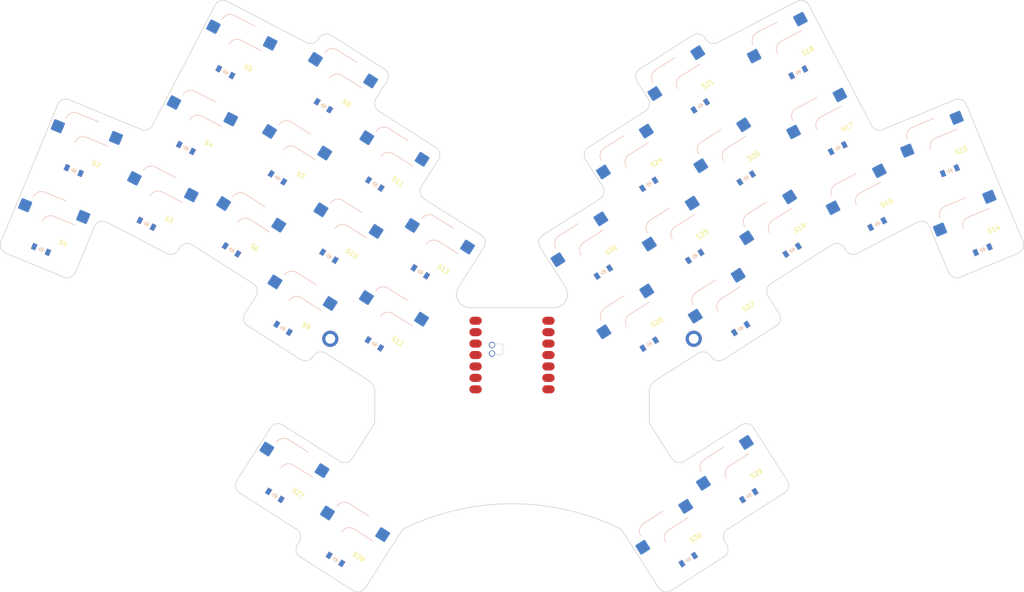
<source format=kicad_pcb>
(kicad_pcb (version 20241229) (generator "pcbnew") (generator_version "9.0")
  (layers (0 "F.Cu" signal) (2 "B.Cu" signal) (13 "F.Paste" user) (15 "B.Paste" user) (5 "F.SilkS" user "F.Silkscreen") (7 "B.SilkS" user "B.Silkscreen") (1 "F.Mask" user) (3 "B.Mask" user) (25 "Edge.Cuts" user))
  (net 0 "")
  (net 1 "P2")
  (net 2 "pinky_bottom")
  (net 3 "P0")
  (net 4 "pinky_home")
  (net 5 "P4")
  (net 6 "ring_bottom")
  (net 7 "P3")
  (net 8 "ring_home")
  (net 9 "P1")
  (net 10 "ring_top")
  (net 11 "P5")
  (net 12 "middle_bottom")
  (net 13 "middle_home")
  (net 14 "middle_top")
  (net 15 "index_bottom")
  (net 16 "index_home")
  (net 17 "index_top")
  (net 18 "inner_home")
  (net 19 "inner_top")
  (net 20 "mirror_pinky_bottom")
  (net 21 "mirror_pinky_home")
  (net 22 "mirror_ring_bottom")
  (net 23 "mirror_ring_home")
  (net 24 "mirror_ring_top")
  (net 25 "mirror_middle_bottom")
  (net 26 "mirror_middle_home")
  (net 27 "mirror_middle_top")
  (net 28 "mirror_index_bottom")
  (net 29 "mirror_index_home")
  (net 30 "mirror_index_top")
  (net 31 "mirror_inner_home")
  (net 32 "mirror_inner_top")
  (net 33 "tucky_default")
  (net 34 "reachy_default")
  (net 35 "mirror_tucky_default")
  (net 36 "mirror_reachy_default")
  (net 37 "P6")
  (net 38 "P7")
  (net 39 "P8")
  (net 40 "P10")
  (net 41 "P9")
  (net 42 "RAW5V")
  (net 43 "GND")
  (net 44 "RAW3V3")
  (net 45 "BAT_POS")
  (net 46 "BAT_NEG")
  (footprint "frequent:diode" (layer "F.Cu") (at 163.969083 84.898957 32.5)
    (property "Reference" "D26" (hide yes))
    (property "Value" "" (hide yes))
    (pad "2" smd rect (at -1.700001 0.2 212.5) (size 1 1.4) (layers "F.Cu" "F.Mask" "F.Paste") (net 32 "mirror_inner_top"))
    (pad "2" smd rect (at -1.700001 0.2 212.5) (size 1 1.4) (layers "B.Cu" "B.Mask" "B.Paste") (net 32 "mirror_inner_top"))
    (pad "2" smd rect (at 1.6 0.2 212.5) (size 1 1.4) (layers "F.Cu" "F.Mask" "F.Paste") (net 32 "mirror_inner_top"))
    (pad "2" smd rect (at 1.6 0.2 212.5) (size 1 1.4) (layers "B.Cu" "B.Mask" "B.Paste") (net 32 "mirror_inner_top"))
  )
  (footprint "frequent:custom_hsmx" (layer "F.Cu") (at 180.142175 144.586786 32.5)
    (property "Reference" "S30" (at 4 2 32.5) (layer "F.SilkS") (effects (font (thickness 0.2) (bold yes))))
    (property "Value" "" (hide yes))
    (pad "" np_thru_hole circle (at -5.08 0 32.5) (size 1.75 1.75) (drill 1.75) (layers "*.Cu" "*.Mask"))
    (pad "" np_thru_hole circle (at -3.81 -2.54 32.5) (size 3.05 3.05) (drill 3.05) (layers "*.Cu" "*.Mask"))
    (pad "" np_thru_hole circle (at 0 0 32.5) (size 4 4) (drill 4) (layers "*.Cu" "*.Mask"))
    (pad "" np_thru_hole circle (at 2.54 -5.080001 32.5) (size 3.05 3.05) (drill 3.05) (layers "*.Cu" "*.Mask"))
    (pad "" np_thru_hole circle (at 5.08 0 32.5) (size 1.75 1.75) (drill 1.75) (layers "*.Cu" "*.Mask"))
    (pad "1" smd roundrect (at 5.842 -5.08 32.5) (size 2.55 2.5) (layers "B.Cu" "B.Mask" "B.Paste") (roundrect_rratio 0.1) (net 11 "P5"))
    (pad "2" smd roundrect (at -7.084999 -2.54 32.5) (size 2.55 2.5) (layers "B.Cu" "B.Mask" "B.Paste") (roundrect_rratio 0.1) (net 36 "mirror_reachy_default"))
  )
  (footprint "frequent:diode" (layer "F.Cu") (at 216.079038 57.36323 27.5)
    (property "Reference" "D17" (hide yes))
    (property "Value" "" (hide yes))
    (pad "2" smd rect (at -1.7 0.2 207.5) (size 1 1.4) (layers "F.Cu" "F.Mask" "F.Paste") (net 23 "mirror_ring_home"))
    (pad "2" smd rect (at -1.7 0.2 207.5) (size 1 1.4) (layers "B.Cu" "B.Mask" "B.Paste") (net 23 "mirror_ring_home"))
    (pad "2" smd rect (at 1.6 0.2 207.5) (size 1 1.4) (layers "F.Cu" "F.Mask" "F.Paste") (net 23 "mirror_ring_home"))
    (pad "2" smd rect (at 1.6 0.2 207.5) (size 1 1.4) (layers "B.Cu" "B.Mask" "B.Paste") (net 23 "mirror_ring_home"))
  )
  (footprint "frequent:custom_hsmx" (layer "F.Cu") (at 193.0252 59.783882 32.5)
    (property "Reference" "S20" (at 4 2 32.5) (layer "F.SilkS") (effects (font (thickness 0.2) (bold yes))))
    (property "Value" "" (hide yes))
    (pad "" np_thru_hole circle (at -5.08 0 32.5) (size 1.75 1.75) (drill 1.75) (layers "*.Cu" "*.Mask"))
    (pad "" np_thru_hole circle (at -3.81 -2.54 32.5) (size 3.05 3.05) (drill 3.05) (layers "*.Cu" "*.Mask"))
    (pad "" np_thru_hole circle (at 0 0 32.5) (size 4 4) (drill 4) (layers "*.Cu" "*.Mask"))
    (pad "" np_thru_hole circle (at 2.54 -5.080001 32.5) (size 3.05 3.05) (drill 3.05) (layers "*.Cu" "*.Mask"))
    (pad "" np_thru_hole circle (at 5.08 0 32.5) (size 1.75 1.75) (drill 1.75) (layers "*.Cu" "*.Mask"))
    (pad "1" smd roundrect (at 5.842 -5.08 32.5) (size 2.55 2.5) (layers "B.Cu" "B.Mask" "B.Paste") (roundrect_rratio 0.1) (net 7 "P3"))
    (pad "2" smd roundrect (at -7.084999 -2.54 32.5) (size 2.55 2.5) (layers "B.Cu" "B.Mask" "B.Paste") (roundrect_rratio 0.1) (net 26 "mirror_middle_home"))
  )
  (footprint "frequent:custom_hsmx" (layer "F.Cu") (at 213.770295 52.928176 27.5)
    (property "Reference" "S17" (at 4 2 27.5) (layer "F.SilkS") (effects (font (thickness 0.2) (bold yes))))
    (property "Value" "" (hide yes))
    (pad "" np_thru_hole circle (at -5.08 0 27.5) (size 1.75 1.75) (drill 1.75) (layers "*.Cu" "*.Mask"))
    (pad "" np_thru_hole circle (at -3.81 -2.54 27.5) (size 3.05 3.05) (drill 3.05) (layers "*.Cu" "*.Mask"))
    (pad "" np_thru_hole circle (at 0 0 27.5) (size 4 4) (drill 4) (layers "*.Cu" "*.Mask"))
    (pad "" np_thru_hole circle (at 2.540001 -5.08 27.5) (size 3.05 3.05) (drill 3.05) (layers "*.Cu" "*.Mask"))
    (pad "" np_thru_hole circle (at 5.08 0 27.5) (size 1.75 1.75) (drill 1.75) (layers "*.Cu" "*.Mask"))
    (pad "1" smd roundrect (at 5.842 -5.08 27.5) (size 2.55 2.5) (layers "B.Cu" "B.Mask" "B.Paste") (roundrect_rratio 0.1) (net 1 "P2"))
    (pad "2" smd roundrect (at -7.085 -2.54 27.5) (size 2.55 2.5) (layers "B.Cu" "B.Mask" "B.Paste") (roundrect_rratio 0.1) (net 23 "mirror_ring_home"))
  )
  (footprint "frequent:custom_hsmx" (layer "F.Cu") (at 171.491278 96.706438 32.5)
    (property "Reference" "S25" (at 4 2 32.5) (layer "F.SilkS") (effects (font (thickness 0.2) (bold yes))))
    (property "Value" "" (hide yes))
    (pad "" np_thru_hole circle (at -5.08 0 32.5) (size 1.75 1.75) (drill 1.75) (layers "*.Cu" "*.Mask"))
    (pad "" np_thru_hole circle (at -3.81 -2.54 32.5) (size 3.05 3.05) (drill 3.05) (layers "*.Cu" "*.Mask"))
    (pad "" np_thru_hole circle (at 0 0 32.5) (size 4 4) (drill 4) (layers "*.Cu" "*.Mask"))
    (pad "" np_thru_hole circle (at 2.54 -5.080001 32.5) (size 3.05 3.05) (drill 3.05) (layers "*.Cu" "*.Mask"))
    (pad "" np_thru_hole circle (at 5.08 0 32.5) (size 1.75 1.75) (drill 1.75) (layers "*.Cu" "*.Mask"))
    (pad "1" smd roundrect (at 5.842 -5.08 32.5) (size 2.55 2.5) (layers "B.Cu" "B.Mask" "B.Paste") (roundrect_rratio 0.1) (net 7 "P3"))
    (pad "2" smd roundrect (at -7.084999 -2.54 32.5) (size 2.55 2.5) (layers "B.Cu" "B.Mask" "B.Paste") (roundrect_rratio 0.1) (net 31 "mirror_inner_home"))
  )
  (footprint "frequent:diode" (layer "F.Cu") (at 113.296338 100.923395 -32.5)
    (property "Reference" "D12" (hide yes))
    (property "Value" "" (hide yes))
    (pad "2" smd rect (at -1.7 0.2 147.5) (size 1 1.4) (layers "F.Cu" "F.Mask" "F.Paste") (net 18 "inner_home"))
    (pad "2" smd rect (at -1.7 0.2 147.5) (size 1 1.4) (layers "B.Cu" "B.Mask" "B.Paste") (net 18 "inner_home"))
    (pad "2" smd rect (at 1.6 0.2 147.5) (size 1 1.4) (layers "F.Cu" "F.Mask" "F.Paste") (net 18 "inner_home"))
    (pad "2" smd rect (at 1.6 0.2 147.5) (size 1 1.4) (layers "B.Cu" "B.Mask" "B.Paste") (net 18 "inner_home"))
  )
  (footprint "frequent:custom_hsmx" (layer "F.Cu") (at 204.997071 36.07497 27.5)
    (property "Reference" "S18" (at 4 2 27.5) (layer "F.SilkS") (effects (font (thickness 0.2) (bold yes))))
    (property "Value" "" (hide yes))
    (pad "" np_thru_hole circle (at -5.08 0 27.5) (size 1.75 1.75) (drill 1.75) (layers "*.Cu" "*.Mask"))
    (pad "" np_thru_hole circle (at -3.81 -2.54 27.5) (size 3.05 3.05) (drill 3.05) (layers "*.Cu" "*.Mask"))
    (pad "" np_thru_hole circle (at 0 0 27.5) (size 4 4) (drill 4) (layers "*.Cu" "*.Mask"))
    (pad "" np_thru_hole circle (at 2.540001 -5.08 27.5) (size 3.05 3.05) (drill 3.05) (layers "*.Cu" "*.Mask"))
    (pad "" np_thru_hole circle (at 5.08 0 27.5) (size 1.75 1.75) (drill 1.75) (layers "*.Cu" "*.Mask"))
    (pad "1" smd roundrect (at 5.842 -5.08 27.5) (size 2.55 2.5) (layers "B.Cu" "B.Mask" "B.Paste") (roundrect_rratio 0.1) (net 3 "P0"))
    (pad "2" smd roundrect (at -7.085 -2.54 27.5) (size 2.55 2.5) (layers "B.Cu" "B.Mask" "B.Paste") (roundrect_rratio 0.1) (net 24 "mirror_ring_top"))
  )
  (footprint "frequent:diode" (layer "F.Cu") (at 104.645441 148.803743 -32.5)
    (property "Reference" "D28" (hide yes))
    (property "Value" "" (hide yes))
    (pad "2" smd rect (at -1.7 0.2 147.5) (size 1 1.4) (layers "F.Cu" "F.Mask" "F.Paste") (net 34 "reachy_default"))
    (pad "2" smd rect (at -1.7 0.2 147.5) (size 1 1.4) (layers "B.Cu" "B.Mask" "B.Paste") (net 34 "reachy_default"))
    (pad "2" smd rect (at 1.6 0.2 147.5) (size 1 1.4) (layers "F.Cu" "F.Mask" "F.Paste") (net 34 "reachy_default"))
    (pad "2" smd rect (at 1.6 0.2 147.5) (size 1 1.4) (layers "B.Cu" "B.Mask" "B.Paste") (net 34 "reachy_default"))
  )
  (footprint "frequent:custom_hsmx" (layer "F.Cu") (at 93.859675 130.371984 -32.5)
    (property "Reference" "S27" (at 4 1.999999 327.5) (layer "F.SilkS") (effects (font (thickness 0.2) (bold yes))))
    (property "Value" "" (hide yes))
    (pad "" np_thru_hole circle (at -5.08 0 327.5) (size 1.75 1.75) (drill 1.75) (layers "*.Cu" "*.Mask"))
    (pad "" np_thru_hole circle (at -3.81 -2.54 327.5) (size 3.05 3.05) (drill 3.05) (layers "*.Cu" "*.Mask"))
    (pad "" np_thru_hole circle (at 0 0 327.5) (size 4 4) (drill 4) (layers "*.Cu" "*.Mask"))
    (pad "" np_thru_hole circle (at 2.54 -5.08 327.5) (size 3.05 3.05) (drill 3.05) (layers "*.Cu" "*.Mask"))
    (pad "" np_thru_hole circle (at 5.08 0 327.5) (size 1.75 1.75) (drill 1.75) (layers "*.Cu" "*.Mask"))
    (pad "1" smd roundrect (at 5.842 -5.08 327.5) (size 2.55 2.5) (layers "B.Cu" "B.Mask" "B.Paste") (roundrect_rratio 0.1) (net 11 "P5"))
    (pad "2" smd roundrect (at -7.085 -2.54 327.5) (size 2.55 2.5) (layers "B.Cu" "B.Mask" "B.Paste") (roundrect_rratio 0.1) (net 33 "tucky_default"))
  )
  (footprint "frequent:custom_hsmx" (layer "F.Cu") (at 48.3684 57.736691 -22.5)
    (property "Reference" "S2" (at 4 2 337.5) (layer "F.SilkS") (effects (font (thickness 0.2) (bold yes))))
    (property "Value" "" (hide yes))
    (pad "" np_thru_hole circle (at -5.08 0 337.5) (size 1.75 1.75) (drill 1.75) (layers "*.Cu" "*.Mask"))
    (pad "" np_thru_hole circle (at -3.81 -2.54 337.5) (size 3.05 3.05) (drill 3.05) (layers "*.Cu" "*.Mask"))
    (pad "" np_thru_hole circle (at 0 0 337.5) (size 4 4) (drill 4) (layers "*.Cu" "*.Mask"))
    (pad "" np_thru_hole circle (at 2.54 -5.08 337.5) (size 3.05 3.05) (drill 3.05) (layers "*.Cu" "*.Mask"))
    (pad "" np_thru_hole circle (at 5.08 0 337.5) (size 1.75 1.75) (drill 1.75) (layers "*.Cu" "*.Mask"))
    (pad "1" smd roundrect (at 5.842 -5.08 337.5) (size 2.55 2.5) (layers "B.Cu" "B.Mask" "B.Paste") (roundrect_rratio 0.1) (net 3 "P0"))
    (pad "2" smd roundrect (at -7.085 -2.54 337.5) (size 2.55 2.5) (layers "B.Cu" "B.Mask" "B.Paste") (roundrect_rratio 0.1) (net 4 "pinky_home"))
  )
  (footprint "frequent:diode" (layer "F.Cu") (at 91.173177 134.588941 -32.5)
    (property "Reference" "D27" (hide yes))
    (property "Value" "" (hide yes))
    (pad "2" smd rect (at -1.7 0.2 147.5) (size 1 1.4) (layers "F.Cu" "F.Mask" "F.Paste") (net 33 "tucky_default"))
    (pad "2" smd rect (at -1.7 0.2 147.5) (size 1 1.4) (layers "B.Cu" "B.Mask" "B.Paste") (net 33 "tucky_default"))
    (pad "2" smd rect (at 1.6 0.2 147.5) (size 1 1.4) (layers "F.Cu" "F.Mask" "F.Paste") (net 33 "tucky_default"))
    (pad "2" smd rect (at 1.6 0.2 147.5) (size 1 1.4) (layers "B.Cu" "B.Mask" "B.Paste") (net 33 "tucky_default"))
  )
  (footprint "frequent:diode" (layer "F.Cu") (at 123.505031 84.898957 -32.5)
    (property "Reference" "D13" (hide yes))
    (property "Value" "" (hide yes))
    (pad "2" smd rect (at -1.7 0.2 147.5) (size 1 1.4) (layers "F.Cu" "F.Mask" "F.Paste") (net 19 "inner_top"))
    (pad "2" smd rect (at -1.7 0.2 147.5) (size 1 1.4) (layers "B.Cu" "B.Mask" "B.Paste") (net 19 "inner_top"))
    (pad "2" smd rect (at 1.6 0.2 147.5) (size 1 1.4) (layers "F.Cu" "F.Mask" "F.Paste") (net 19 "inner_top"))
    (pad "2" smd rect (at 1.6 0.2 147.5) (size 1 1.4) (layers "B.Cu" "B.Mask" "B.Paste") (net 19 "inner_top"))
  )
  (footprint "frequent:diode" (layer "F.Cu") (at 184.281172 81.420528 32.5)
    (property "Reference" "D23" (hide yes))
    (property "Value" "" (hide yes))
    (pad "2" smd rect (at -1.700001 0.2 212.5) (size 1 1.4) (layers "F.Cu" "F.Mask" "F.Paste") (net 29 "mirror_index_home"))
    (pad "2" smd rect (at -1.700001 0.2 212.5) (size 1 1.4) (layers "B.Cu" "B.Mask" "B.Paste") (net 29 "mirror_index_home"))
    (pad "2" smd rect (at 1.6 0.2 212.5) (size 1 1.4) (layers "F.Cu" "F.Mask" "F.Paste") (net 29 "mirror_index_home"))
    (pad "2" smd rect (at 1.6 0.2 212.5) (size 1 1.4) (layers "B.Cu" "B.Mask" "B.Paste") (net 29 "mirror_index_home"))
  )
  (footprint "frequent:custom_hsmx" (layer "F.Cu") (at 84.240222 75.808319 -32.5)
    (property "Reference" "S6" (at 4 1.999999 327.5) (layer "F.SilkS") (effects (font (thickness 0.2) (bold yes))))
    (property "Value" "" (hide yes))
    (pad "" np_thru_hole circle (at -5.08 0 327.5) (size 1.75 1.75) (drill 1.75) (layers "*.Cu" "*.Mask"))
    (pad "" np_thru_hole circle (at -3.81 -2.54 327.5) (size 3.05 3.05) (drill 3.05) (layers "*.Cu" "*.Mask"))
    (pad "" np_thru_hole circle (at 0 0 327.5) (size 4 4) (drill 4) (layers "*.Cu" "*.Mask"))
    (pad "" np_thru_hole circle (at 2.54 -5.08 327.5) (size 3.05 3.05) (drill 3.05) (layers "*.Cu" "*.Mask"))
    (pad "" np_thru_hole circle (at 5.08 0 327.5) (size 1.75 1.75) (drill 1.75) (layers "*.Cu" "*.Mask"))
    (pad "1" smd roundrect (at 5.842 -5.08 327.5) (size 2.55 2.5) (layers "B.Cu" "B.Mask" "B.Paste") (roundrect_rratio 0.1) (net 11 "P5"))
    (pad "2" smd roundrect (at -7.085 -2.54 327.5) (size 2.55 2.5) (layers "B.Cu" "B.Mask" "B.Paste") (roundrect_rratio 0.1) (net 12 "middle_bottom"))
  )
  (footprint "frequent:xiao-ble-smd-cutout" (layer "F.Cu") (at 143.737057 103.532)
    (property "Reference" "MCU1" (hide yes))
    (property "Value" "xiao-ble" (hide yes))
    (fp_line (start -4.699 -0.7488) (end -4.699 -1.7902) (stroke (width 0.12)) (layer "Edge.Cuts"))
    (fp_line (start -4.0132 -2.476) (end -2.413 -2.476) (stroke (width 0.12)) (layer "Edge.Cuts"))
    (fp_line (start -2.413 -0.063) (end -4.0132 -0.063) (stroke (width 0.12)) (layer "Edge.Cuts"))
    (fp_line (start -2.032 -2.095) (end -2.032 -0.444) (stroke (width 0.12)) (layer "Edge.Cuts"))
    (fp_arc (start -4.699 -0.7488) (mid -4.095391 -0.666609) (end -4.0132 -0.063) (stroke (width 0.12)) (layer "Edge.Cuts"))
    (fp_arc (start -4.0132 -2.476) (mid -4.095391 -1.872391) (end -4.699 -1.7902) (stroke (width 0.12)) (layer "Edge.Cuts"))
    (fp_arc (start -2.413 -2.476) (mid -2.143592 -2.364408) (end -2.032 -2.095) (stroke (width 0.12)) (layer "Edge.Cuts"))
    (fp_arc (start -2.032 -0.444) (mid -2.143592 -0.174592) (end -2.413 -0.063) (stroke (width 0.12)) (layer "Edge.Cuts"))
    (pad "1" smd oval (at -8.56996 -7.62 180) (size 2.75 1.8) (drill (offset -0.475 0)) (layers "F.Cu" "F.Mask" "F.Paste") (net 3 "P0"))
    (pad "2" smd oval (at -8.56996 -5.08 180) (size 2.75 1.8) (drill (offset -0.475 0)) (layers "F.Cu" "F.Mask" "F.Paste") (net 9 "P1"))
    (pad "3" smd oval (at -8.56996 -2.54 180) (size 2.75 1.8) (drill (offset -0.475 0)) (layers "F.Cu" "F.Mask" "F.Paste") (net 1 "P2"))
    (pad "4" smd oval (at -8.56996 0 180) (size 2.75 1.8) (drill (offset -0.475 0)) (layers "F.Cu" "F.Mask" "F.Paste") (net 7 "P3"))
    (pad "5" smd oval (at -8.56996 2.54 180) (size 2.75 1.8) (drill (offset -0.475 0)) (layers "F.Cu" "F.Mask" "F.Paste") (net 5 "P4"))
    (pad "6" smd oval (at -8.56996 5.08 180) (size 2.75 1.8) (drill (offset -0.475 0)) (layers "F.Cu" "F.Mask" "F.Paste") (net 11 "P5"))
    (pad "7" smd oval (at -8.56996 7.62 180) (size 2.75 1.8) (drill (offset -0.475 0)) (layers "F.Cu" "F.Mask" "F.Paste") (net 37 "P6"))
    (pad "8" smd oval (at 8.56996 7.62) (size 2.75 1.8) (drill (offset -0.475 0)) (layers "F.Cu" "F.Mask" "F.Paste") (net 38 "P7"))
    (pad "9" smd oval (at 8.56996 5.08) (size 2.75 1.8) (drill (offset -0.475 0)) (layers "F.Cu" "F.Mask" "F.Paste") (net 39 "P8"))
    (pad "10" smd oval (at 8.56996 2.54) (size 2.75 1.8) (drill (offset -0.475 0)) (layers "F.Cu" "F.Mask" "F.Paste") (net 41 "P9"))
    (pad "11" smd oval (at 8.56996 0) (size 2.75 1.8) (drill (offset -0.475 0)) (layers "F.Cu" "F.Mask" "F.Paste") (net 40 "P10"))
    (pad "12" smd oval (at 8.56996 -2.54) (size 2.75 1.8) (drill (offset -0.475 0)) (layers "F.Cu" "F.Mask" "F.Paste") (net 44 "RAW3V3"))
    (pad "13" smd oval (at 8.56996 -5.08) (size 2.75 1.8) (drill (offset -0.475 0)) (layers "F.Cu" "F.Mask" "F.Paste") (net 43 "GND"))
    (pad "14" smd oval (at 8.56996 -7.62) (size 2.75 1.8) (drill (offset -0.475 0)) (layers "F.Cu" "F.Mask" "F.Paste") (net 42 "RAW5V"))
    (pad "19" thru_hole circle (at -4.445 -0.317 180) (size 1.397 1.397) (drill 1.016) (layers "*.Cu" "*.Mask") (net 45 "BAT_POS"))
    (pad "20" thru_hole circle (at -4.445 -2.222 180) (size 1.397 1.397) (drill 1.016) (layers "*.Cu" "*.Mask") (net 46 "BAT_NEG"))
  )
  (footprint "frequent:diode" (layer "F.Cu") (at 80.1683 40.510025 -27.5)
    (property "Reference" "D5" (hide yes))
    (property "Value" "" (hide yes))
    (pad "2" smd rect (at -1.7 0.2 152.5) (size 1 1.4) (layers "F.Cu" "F.Mask" "F.Paste") (net 10 "ring_top"))
    (pad "2" smd rect (at -1.7 0.2 152.5) (size 1 1.4) (layers "B.Cu" "B.Mask" "B.Paste") (net 10 "ring_top"))
    (pad "2" smd rect (at 1.6 0.2 152.5) (size 1 1.4) (layers "F.Cu" "F.Mask" "F.Paste") (net 10 "ring_top"))
    (pad "2" smd rect (at 1.6 0.2 152.5) (size 1 1.4) (layers "B.Cu" "B.Mask" "B.Paste") (net 10 "ring_top"))
  )
  (footprint "frequent:diode" (layer "F.Cu") (at 46.454982 62.356089 -22.5)
    (property "Reference" "D2" (hide yes))
    (property "Value" "" (hide yes))
    (pad "2" smd rect (at -1.7 0.2 157.5) (size 1 1.4) (layers "F.Cu" "F.Mask" "F.Paste") (net 4 "pinky_home"))
    (pad "2" smd rect (at -1.7 0.2 157.5) (size 1 1.4) (layers "B.Cu" "B.Mask" "B.Paste") (net 4 "pinky_home"))
    (pad "2" smd rect (at 1.6 0.199999 157.5) (size 1 1.4) (layers "F.Cu" "F.Mask" "F.Paste") (net 4 "pinky_home"))
    (pad "2" smd rect (at 1.6 0.199999 157.5) (size 1 1.4) (layers "B.Cu" "B.Mask" "B.Paste") (net 4 "pinky_home"))
  )
  (footprint "frequent:custom_hsmx" (layer "F.Cu") (at 182.816507 43.759444 32.5)
    (property "Reference" "S21" (at 4 2 32.5) (layer "F.SilkS") (effects (font (thickness 0.2) (bold yes))))
    (property "Value" "" (hide yes))
    (pad "" np_thru_hole circle (at -5.08 0 32.5) (size 1.75 1.75) (drill 1.75) (layers "*.Cu" "*.Mask"))
    (pad "" np_thru_hole circle (at -3.81 -2.54 32.5) (size 3.05 3.05) (drill 3.05) (layers "*.Cu" "*.Mask"))
    (pad "" np_thru_hole circle (at 0 0 32.5) (size 4 4) (drill 4) (layers "*.Cu" "*.Mask"))
    (pad "" np_thru_hole circle (at 2.54 -5.080001 32.5) (size 3.05 3.05) (drill 3.05) (layers "*.Cu" "*.Mask"))
    (pad "" np_thru_hole circle (at 5.08 0 32.5) (size 1.75 1.75) (drill 1.75) (layers "*.Cu" "*.Mask"))
    (pad "1" smd roundrect (at 5.842 -5.08 32.5) (size 2.55 2.5) (layers "B.Cu" "B.Mask" "B.Paste") (roundrect_rratio 0.1) (net 9 "P1"))
    (pad "2" smd roundrect (at -7.084999 -2.54 32.5) (size 2.55 2.5) (layers "B.Cu" "B.Mask" "B.Paste") (roundrect_rratio 0.1) (net 27 "mirror_middle_top"))
  )
  (footprint "frequent:custom_hsmx" (layer "F.Cu") (at 64.930596 69.781382 -27.5)
    (property "Reference" "S3" (at 4 2 332.5) (layer "F.SilkS") (effects (font (thickness 0.2) (bold yes))))
    (property "Value" "" (hide yes))
    (pad "" np_thru_hole circle (at -5.08 0 332.5) (size 1.75 1.75) (drill 1.75) (layers "*.Cu" "*.Mask"))
    (pad "" np_thru_hole circle (at -3.81 -2.54 332.5) (size 3.05 3.05) (drill 3.05) (layers "*.Cu" "*.Mask"))
    (pad "" np_thru_hole circle (at 0 0 332.5) (size 4 4) (drill 4) (layers "*.Cu" "*.Mask"))
    (pad "" np_thru_hole circle (at 2.539999 -5.08 332.5) (size 3.05 3.05) (drill 3.05) (layers "*.Cu" "*.Mask"))
    (pad "" np_thru_hole circle (at 5.08 0 332.5) (size 1.75 1.75) (drill 1.75) (layers "*.Cu" "*.Mask"))
    (pad "1" smd roundrect (at 5.842 -5.08 332.5) (size 2.55 2.5) (layers "B.Cu" "B.Mask" "B.Paste") (roundrect_rratio 0.1) (net 5 "P4"))
    (pad "2" smd roundrect (at -7.085 -2.54 332.5) (size 2.55 2.5) (layers "B.Cu" "B.Mask" "B.Paste") (roundrect_rratio 0.1) (net 6 "ring_bottom"))
  )
  (footprint "frequent:diode" (layer "F.Cu") (at 185.503005 47.976402 32.5)
    (property "Reference" "D21" (hide yes))
    (property "Value" "" (hide yes))
    (pad "2" smd rect (at -1.700001 0.2 212.5) (size 1 1.4) (layers "F.Cu" "F.Mask" "F.Paste") (net 27 "mirror_middle_top"))
    (pad "2" smd rect (at -1.700001 0.2 212.5) (size 1 1.4) (layers "B.Cu" "B.Mask" "B.Paste") (net 27 "mirror_middle_top"))
    (pad "2" smd rect (at 1.6 0.2 212.5) (size 1 1.4) (layers "F.Cu" "F.Mask" "F.Paste") (net 27 "mirror_middle_top"))
    (pad "2" smd rect (at 1.6 0.2 212.5) (size 1 1.4) (layers "B.Cu" "B.Mask" "B.Paste") (net 27 "mirror_middle_top"))
  )
  (footprint "frequent:diode" (layer "F.Cu") (at 195.711698 64.000839 32.5)
    (property "Reference" "D20" (hide yes))
    (property "Value" "" (hide yes))
    (pad "2" smd rect (at -1.700001 0.2 212.5) (size 1 1.4) (layers "F.Cu" "F.Mask" "F.Paste") (net 26 "mirror_middle_home"))
    (pad "2" smd rect (at -1.700001 0.2 212.5) (size 1 1.4) (layers "B.Cu" "B.Mask" "B.Paste") (net 26 "mirror_middle_home"))
    (pad "2" smd rect (at 1.6 0.2 212.5) (size 1 1.4) (layers "F.Cu" "F.Mask" "F.Paste") (net 26 "mirror_middle_home"))
    (pad "2" smd rect (at 1.6 0.2 212.5) (size 1 1.4) (layers "B.Cu" "B.Mask" "B.Paste") (net 26 "mirror_middle_home"))
  )
  (footprint "frequent:diode" (layer "F.Cu") (at 207.305814 40.510025 27.5)
    (property "Reference" "D18" (hide yes))
    (property "Value" "" (hide yes))
    (pad "2" smd rect (at -1.7 0.2 207.5) (size 1 1.4) (layers "F.Cu" "F.Mask" "F.Paste") (net 24 "mirror_ring_top"))
    (pad "2" smd rect (at -1.7 0.2 207.5) (size 1 1.4) (layers "B.Cu" "B.Mask" "B.Paste") (net 24 "mirror_ring_top"))
    (pad "2" smd rect (at 1.6 0.2 207.5) (size 1 1.4) (layers "F.Cu" "F.Mask" "F.Paste") (net 24 "mirror_ring_top"))
    (pad "2" smd rect (at 1.6 0.2 207.5) (size 1 1.4) (layers "B.Cu" "B.Mask" "B.Paste") (net 24 "mirror_ring_top"))
  )
  (footprint "frequent:custom_hsmx" (layer "F.Cu") (at 73.703819 52.928176 -27.5)
    (property "Reference" "S4" (at 4 2 332.5) (layer "F.SilkS") (effects (font (thickness 0.2) (bold yes))))
    (property "Value" "" (hide yes))
    (pad "" np_thru_hole circle (at -5.08 0 332.5) (size 1.75 1.75) (drill 1.75) (layers "*.Cu" "*.Mask"))
    (pad "" np_thru_hole circle (at -3.81 -2.54 332.5) (size 3.05 3.05) (drill 3.05) (layers "*.Cu" "*.Mask"))
    (pad "" np_thru_hole circle (at 0 0 332.5) (size 4 4) (drill 4) (layers "*.Cu" "*.Mask"))
    (pad "" np_thru_hole circle (at 2.539999 -5.08 332.5) (size 3.05 3.05) (drill 3.05) (layers "*.Cu" "*.Mask"))
    (pad "" np_thru_hole circle (at 5.08 0 332.5) (size 1.75 1.75) (drill 1.75) (layers "*.Cu" "*.Mask"))
    (pad "1" smd roundrect (at 5.842 -5.08 332.5) (size 2.55 2.5) (layers "B.Cu" "B.Mask" "B.Paste") (roundrect_rratio 0.1) (net 7 "P3"))
    (pad "2" smd roundrect (at -7.085 -2.54 332.5) (size 2.55 2.5) (layers "B.Cu" "B.Mask" "B.Paste") (roundrect_rratio 0.1) (net 8 "ring_home"))
  )
  (footprint "frequent:custom_hsmx" (layer "F.Cu") (at 115.982836 96.706438 -32.5)
    (property "Reference" "S12" (at 4 1.999999 327.5) (layer "F.SilkS") (effects (font (thickness 0.2) (bold yes))))
    (property "Value" "" (hide yes))
    (pad "" np_thru_hole circle (at -5.08 0 327.5) (size 1.75 1.75) (drill 1.75) (layers "*.Cu" "*.Mask"))
    (pad "" np_thru_hole circle (at -3.81 -2.54 327.5) (size 3.05 3.05) (drill 3.05) (layers "*.Cu" "*.Mask"))
    (pad "" np_thru_hole circle (at 0 0 327.5) (size 4 4) (drill 4) (layers "*.Cu" "*.Mask"))
    (pad "" np_thru_hole circle (at 2.54 -5.08 327.5) (size 3.05 3.05) (drill 3.05) (layers "*.Cu" "*.Mask"))
    (pad "" np_thru_hole circle (at 5.08 0 327.5) (size 1.75 1.75) (drill 1.75) (layers "*.Cu" "*.Mask"))
    (pad "1" smd roundrect (at 5.842 -5.08 327.5) (size 2.55 2.5) (layers "B.Cu" "B.Mask" "B.Paste") (roundrect_rratio 0.1) (net 1 "P2"))
    (pad "2" smd roundrect (at -7.085 -2.54 327.5) (size 2.55 2.5) (layers "B.Cu" "B.Mask" "B.Paste") (roundrect_rratio 0.1) (net 18 "inner_home"))
  )
  (footprint "frequent:diode" (layer "F.Cu") (at 39.183997 79.9098 -22.5)
    (property "Reference" "D1" (hide yes))
    (property "Value" "" (hide yes))
    (pad "2" smd rect (at -1.7 0.2 157.5) (size 1 1.4) (layers "F.Cu" "F.Mask" "F.Paste") (net 2 "pinky_bottom"))
    (pad "2" smd rect (at -1.7 0.2 157.5) (size 1 1.4) (layers "B.Cu" "B.Mask" "B.Paste") (net 2 "pinky_bottom"))
    (pad "2" smd rect (at 1.6 0.199999 157.5) (size 1 1.4) (layers "F.Cu" "F.Mask" "F.Paste") (net 2 "pinky_bottom"))
    (pad "2" smd rect (at 1.6 0.199999 157.5) (size 1 1.4) (layers "B.Cu" "B.Mask" "B.Paste") (net 2 "pinky_bottom"))
  )
  (footprint "frequent:diode" (layer "F.Cu") (at 101.971109 47.976402 -32.5)
    (property "Reference" "D8" (hide yes))
    (property "Value" "" (hide yes))
    (pad "2" smd rect (at -1.7 0.2 147.5) (size 1 1.4) (layers "F.Cu" "F.Mask" "F.Paste") (net 14 "middle_top"))
    (pad "2" smd rect (at -1.7 0.2 147.5) (size 1 1.4) (layers "B.Cu" "B.Mask" "B.Paste") (net 14 "middle_top"))
    (pad "2" smd rect (at 1.6 0.2 147.5) (size 1 1.4) (layers "F.Cu" "F.Mask" "F.Paste") (net 14 "middle_top"))
    (pad "2" smd rect (at 1.6 0.2 147.5) (size 1 1.4) (layers "B.Cu" "B.Mask" "B.Paste") (net 14 "middle_top"))
  )
  (footprint "frequent:custom_hsmx" (layer "F.Cu") (at 94.448914 59.783882 -32.5)
    (property "Reference" "S7" (at 4 1.999999 327.5) (layer "F.SilkS") (effects (font (thickness 0.2) (bold yes))))
    (property "Value" "" (hide yes))
    (pad "" np_thru_hole circle (at -5.08 0 327.5) (size 1.75 1.75) (drill 1.75) (layers "*.Cu" "*.Mask"))
    (pad "" np_thru_hole circle (at -3.81 -2.54 327.5) (size 3.05 3.05) (drill 3.05) (layers "*.Cu" "*.Mask"))
    (pad "" np_thru_hole circle (at 0 0 327.5) (size 4 4) (drill 4) (layers "*.Cu" "*.Mask"))
    (pad "" np_thru_hole circle (at 2.54 -5.08 327.5) (size 3.05 3.05) (drill 3.05) (layers "*.Cu" "*.Mask"))
    (pad "" np_thru_hole circle (at 5.08 0 327.5) (size 1.75 1.75) (drill 1.75) (layers "*.Cu" "*.Mask"))
    (pad "1" smd roundrect (at 5.842 -5.08 327.5) (size 2.55 2.5) (layers "B.Cu" "B.Mask" "B.Paste") (roundrect_rratio 0.1) (net 1 "P2"))
    (pad "2" smd roundrect (at -7.085 -2.54 327.5) (size 2.55 2.5) (layers "B.Cu" "B.Mask" "B.Paste") (roundrect_rratio 0.1) (net 13 "middle_home"))
  )
  (footprint "frequent:custom_hsmx" (layer "F.Cu") (at 161.282585 80.682 32.5)
    (property "Reference" "S26" (at 4 2 32.5) (layer "F.SilkS") (effects (font (thickness 0.2) (bold yes))))
    (property "Value" "" (hide yes))
    (pad "" np_thru_hole circle (at -5.08 0 32.5) (size 1.75 1.75) (drill 1.75) (layers "*.Cu" "*.Mask"))
    (pad "" np_thru_hole circle (at -3.81 -2.54 32.5) (size 3.05 3.05) (drill 3.05) (layers "*.Cu" "*.Mask"))
    (pad "" np_thru_hole circle (at 0 0 32.5) (size 4 4) (drill 4) (layers "*.Cu" "*.Mask"))
    (pad "" np_thru_hole circle (at 2.54 -5.080001 32.5) (size 3.05 3.05) (drill 3.05) (layers "*.Cu" "*.Mask"))
    (pad "" np_thru_hole circle (at 5.08 0 32.5) (size 1.75 1.75) (drill 1.75) (layers "*.Cu" "*.Mask"))
    (pad "1" smd roundrect (at 5.842 -5.08 32.5) (size 2.55 2.5) (layers "B.Cu" "B.Mask" "B.Paste") (roundrect_rratio 0.1) (net 9 "P1"))
    (pad "2" smd roundrect (at -7.084999 -2.54 32.5) (size 2.55 2.5) (layers "B.Cu" "B.Mask" "B.Paste") (roundrect_rratio 0.1) (net 32 "mirror_inner_top"))
  )
  (footprint "frequent:custom_hsmx" (layer "F.Cu") (at 203.233892 75.808319 32.5)
    (property "Reference" "S19" (at 4 2 32.5) (layer "F.SilkS") (effects (font (thickness 0.2) (bold yes))))
    (property "Value" "" (hide yes))
    (pad "" np_thru_hole circle (at -5.08 0 32.5) (size 1.75 1.75) (drill 1.75) (layers "*.Cu" "*.Mask"))
    (pad "" np_thru_hole circle (at -3.81 -2.54 32.5) (size 3.05 3.05) (drill 3.05) (layers "*.Cu" "*.Mask"))
    (pad "" np_thru_hole circle (at 0 0 32.5) (size 4 4) (drill 4) (layers "*.Cu" "*.Mask"))
    (pad "" np_thru_hole circle (at 2.54 -5.080001 32.5) (size 3.05 3.05) (drill 3.05) (layers "*.Cu" "*.Mask"))
    (pad "" np_thru_hole circle (at 5.08 0 32.5) (size 1.75 1.75) (drill 1.75) (layers "*.Cu" "*.Mask"))
    (pad "1" smd roundrect (at 5.842 -5.08 32.5) (size 2.55 2.5) (layers "B.Cu" "B.Mask" "B.Paste") (roundrect_rratio 0.1) (net 5 "P4"))
    (pad "2" smd roundrect (at -7.084999 -2.54 32.5) (size 2.55 2.5) (layers "B.Cu" "B.Mask" "B.Paste") (roundrect_rratio 0.1) (net 25 "mirror_middle_bottom"))
  )
  (footprint "frequent:custom_hsmx" (layer "F.Cu") (at 95.670748 93.228009 -32.5)
    (property "Reference" "S9" (at 4 1.999999 327.5) (layer "F.SilkS") (effects (font (thickness 0.2) (bold yes))))
    (property "Value" "" (hide yes))
    (pad "" np_thru_hole circle (at -5.08 0 327.5) (size 1.75 1.75) (drill 1.75) (layers "*.Cu" "*.Mask"))
    (pad "" np_thru_hole circle (at -3.81 -2.54 327.5) (size 3.05 3.05) (drill 3.05) (layers "*.Cu" "*.Mask"))
    (pad "" np_thru_hole circle (at 0 0 327.5) (size 4 4) (drill 4) (layers "*.Cu" "*.Mask"))
    (pad "" np_thru_hole circle (at 2.54 -5.08 327.5) (size 3.05 3.05) (drill 3.05) (layers "*.Cu" "*.Mask"))
    (pad "" np_thru_hole circle (at 5.08 0 327.5) (size 1.75 1.75) (drill 1.75) (layers "*.Cu" "*.Mask"))
    (pad "1" smd roundrect (at 5.842 -5.08 327.5) (size 2.55 2.5) (layers "B.Cu" "B.Mask" "B.Paste") (roundrect_rratio 0.1) (net 5 "P4"))
    (pad "2" smd roundrect (at -7.085 -2.54 327.5) (size 2.55 2.5) (layers "B.Cu" "B.Mask" "B.Paste") (roundrect_rratio 0.1) (net 15 "index_bottom"))
  )
  (footprint "frequent:diode" (layer "F.Cu") (at 113.401635 65.396091 -32.5)
    (property "Reference" "D11" (hide yes))
    (property "Value" "" (hide yes))
    (pad "2" smd rect (at -1.7 0.2 147.5) (size 1 1.4) (layers "F.Cu" "F.Mask" "F.Paste") (net 17 "index_top"))
    (pad "2" smd rect (at -1.7 0.2 147.5) (size 1 1.4) (layers "B.Cu" "B.Mask" "B.Paste") (net 17 "index_top"))
    (pad "2" smd rect (at 1.6 0.2 147.5) (size 1 1.4) (layers "F.Cu" "F.Mask" "F.Paste") (net 17 "index_top"))
    (pad "2" smd rect (at 1.6 0.2 147.5) (size 1 1.4) (layers "B.Cu" "B.Mask" "B.Paste") (net 17 "index_top"))
  )
  (footprint "frequent:diode" (layer "F.Cu") (at 196.300937 134.588941 32.5)
    (property "Reference" "D29" (hide yes))
    (property "Value" "" (hide yes))
    (pad "2" smd rect (at -1.700001 0.2 212.5) (size 1 1.4) (layers "F.Cu" "F.Mask" "F.Paste") (net 35 "mirror_tucky_default"))
    (pad "2" smd rect (at -1.700001 0.2 212.5) (size 1 1.4) (layers "B.Cu" "B.Mask" "B.Paste") (net 35 "mirror_tucky_default"))
    (pad "2" smd rect (at 1.6 0.2 212.5) (size 1 1.4) (layers "F.Cu" "F.Mask" "F.Paste") (net 35 "mirror_tucky_default"))
    (pad "2" smd rect (at 1.6 0.2 212.5) (size 1 1.4) (layers "B.Cu" "B.Mask" "B.Paste") (net 35 "mirror_tucky_default"))
  )
  (footprint "frequent:custom_hsmx" (layer "F.Cu") (at 116.088133 61.179134 -32.5)
    (property "Reference" "S11" (at 4 1.999999 327.5) (layer "F.SilkS") (effects (font (thickness 0.2) (bold yes))))
    (property "Value" "" (hide yes))
    (pad "" np_thru_hole circle (at -5.08 0 327.5) (size 1.75 1.75) (drill 1.75) (layers "*.Cu" "*.Mask"))
    (pad "" np_thru_hole circle (at -3.81 -2.54 327.5) (size 3.05 3.05) (drill 3.05) (layers "*.Cu" "*.Mask"))
    (pad "" np_thru_hole circle (at 0 0 327.5) (size 4 4) (drill 4) (layers "*.Cu" "*.Mask"))
    (pad "" np_thru_hole circle (at 2.54 -5.08 327.5) (size 3.05 3.05) (drill 3.05) (layers "*.Cu" "*.Mask"))
    (pad "" np_thru_hole circle (at 5.08 0 327.5) (size 1.75 1.75) (drill 1.75) (layers "*.Cu" "*.Mask"))
    (pad "1" smd roundrect (at 5.842 -5.08 327.5) (size 2.55 2.5) (layers "B.Cu" "B.Mask" "B.Paste") (roundrect_rratio 0.1) (net 9 "P1"))
    (pad "2" smd roundrect (at -7.085 -2.54 327.5) (size 2.55 2.5) (layers "B.Cu" "B.Mask" "B.Paste") (roundrect_rratio 0.1) (net 17 "index_top"))
  )
  (footprint "frequent:custom_hsmx" (layer "F.Cu") (at 126.191529 80.682 -32.5)
    (property "Reference" "S13" (at 4 1.999999 327.5) (layer "F.SilkS") (effects (font (thickness 0.2) (bold yes))))
    (property "Value" "" (hide yes))
    (pad "" np_thru_hole circle (at -5.08 0 327.5) (size 1.75 1.75) (drill 1.75) (layers "*.Cu" "*.Mask"))
    (pad "" np_thru_hole circle (at -3.81 -2.54 327.5) (size 3.05 3.05) (drill 3.05) (layers "*.Cu" "*.Mask"))
    (pad "" np_thru_hole circle (at 0 0 327.5) (size 4 4) (drill 4) (layers "*.Cu" "*.Mask"))
    (pad "" np_thru_hole circle (at 2.54 -5.08 327.5) (size 3.05 3.05) (drill 3.05) (layers "*.Cu" "*.Mask"))
    (pad "" np_thru_hole circle (at 5.08 0 327.5) (size 1.75 1.75) (drill 1.75) (layers "*.Cu" "*.Mask"))
    (pad "1" smd roundrect (at 5.842 -5.08 327.5) (size 2.55 2.5) (layers "B.Cu" "B.Mask" "B.Paste") (roundrect_rratio 0.1) (net 3 "P0"))
    (pad "2" smd roundrect (at -7.085 -2.54 327.5) (size 2.55 2.5) (layers "B.Cu" "B.Mask" "B.Paste") (roundrect_rratio 0.1) (net 19 "inner_top"))
  )
  (footprint "frequent:custom_hsmx" (layer "F.Cu") (at 193.614439 130.371984 32.5)
    (property "Reference" "S29" (at 4 2 32.5) (layer "F.SilkS") (effects (font (thickness 0.2) (bold yes))))
    (property "Value" "" (hide yes))
    (pad "" np_thru_hole circle (at -5.08 0 32.5) (size 1.75 1.75) (drill 1.75) (layers "*.Cu" "*.Mask"))
    (pad "" np_thru_hole circle (at -3.81 -2.54 32.5) (size 3.05 3.05) (drill 3.05) (layers "*.Cu" "*.Mask"))
    (pad "" np_thru_hole circle (at 0 0 32.5) (size 4 4) (drill 4) (layers "*.Cu" "*.Mask"))
    (pad "" np_thru_hole circle (at 2.54 -5.080001 32.5) (size 3.05 3.05) (drill 3.05) (layers "*.Cu" "*.Mask"))
    (pad "" np_thru_hole circle (at 5.08 0 32.5) (size 1.75 1.75) (drill 1.75) (layers "*.Cu" "*.Mask"))
    (pad "1" smd roundrect (at 5.842 -5.08 32.5) (size 2.55 2.5) (layers "B.Cu" "B.Mask" "B.Paste") (roundrect_rratio 0.1) (net 5 "P4"))
    (pad "2" smd roundrect (at -7.084999 -2.54 32.5) (size 2.55 2.5) (layers "B.Cu" "B.Mask" "B.Paste") (roundrect_rratio 0.1) (net 35 "mirror_tucky_default"))
  )
  (footprint "frequent:custom_hsmx" (layer "F.Cu") (at 239.105714 57.736691 22.5)
    (property "Reference" "S15" (at 4 2 22.5) (layer "F.SilkS") (effects (font (thickness 0.2) (bold yes))))
    (property "Value" "" (hide yes))
    (pad "" np_thru_hole circle (at -5.08 0 22.5) (size 1.75 1.75) (drill 1.75) (layers "*.Cu" "*.Mask"))
    (pad "" np_thru_hole circle (at -3.81 -2.54 22.5) (size 3.05 3.05) (drill 3.05) (layers "*.Cu" "*.Mask"))
    (pad "" np_thru_hole circle (at 0 0 22.5) (size 4 4) (drill 4) (layers "*.Cu" "*.Mask"))
    (pad "" np_thru_hole circle (at 2.54 -5.08 22.5) (size 3.05 3.05) (drill 3.05) (layers "*.Cu" "*.Mask"))
    (pad "" np_thru_hole circle (at 5.08 0 22.5) (size 1.75 1.75) (drill 1.75) (layers "*.Cu" "*.Mask"))
    (pad "1" smd roundrect (at 5.842 -5.08 22.5) (size 2.55 2.5) (layers "B.Cu" "B.Mask" "B.Paste") (roundrect_rratio 0.1) (net 9 "P1"))
    (pad "2" smd roundrect (at -7.085 -2.54 22.5) (size 2.55 2.5) (layers "B.Cu" "B.Mask" "B.Paste") (roundrect_rratio 0.1) (net 21 "mirror_pinky_home"))
  )
  (footprint "frequent:diode" (layer "F.Cu") (at 174.072479 65.396091 32.5)
    (property "Reference" "D24" (hide yes))
    (property "Value" "" (hide yes))
    (pad "2" smd rect (at -1.700001 0.2 212.5) (size 1 1.4) (layers "F.Cu" "F.Mask" "F.Paste") (net 30 "mirror_index_top"))
    (pad "2" smd rect (at -1.700001 0.2 212.5) (size 1 1.4) (layers "B.Cu" "B.Mask" "B.Paste") (net 30 "mirror_index_top"))
    (pad "2" smd rect (at 1.6 0.2 212.5) (size 1 1.4) (layers "F.Cu" "F.Mask" "F.Paste") (net 30 "mirror_index_top"))
    (pad "2" smd rect (at 1.6 0.2 212.5) (size 1 1.4) (layers "B.Cu" "B.Mask" "B.Paste") (net 30 "mirror_index_top"))
  )
  (footprint "frequent:custom_hsmx" (layer "F.Cu") (at 181.594674 77.203571 32.5)
    (property "Reference" "S23" (at 4 2 32.5) (layer "F.SilkS") (effects (font (thickness 0.2) (bold yes))))
    (property "Value" "" (hide yes))
    (pad "" np_thru_hole circle (at -5.08 0 32.5) (size 1.75 1.75) (drill 1.75) (layers "*.Cu" "*.Mask"))
    (pad "" np_thru_hole circle (at -3.81 -2.54 32.5) (size 3.05 3.05) (drill 3.05) (layers "*.Cu" "*.Mask"))
    (pad "" np_thru_hole circle (at 0 0 32.5) (size 4 4) (drill 4) (layers "*.Cu" "*.Mask"))
    (pad "" np_thru_hole circle (at 2.54 -5.080001 32.5) (size 3.05 3.05) (drill 3.05) (layers "*.Cu" "*.Mask"))
    (pad "" np_thru_hole circle (at 5.08 0 32.5) (size 1.75 1.75) (drill 1.75) (layers "*.Cu" "*.Mask"))
    (pad "1" smd roundrect (at 5.842 -5.08 32.5) (size 2.55 2.5) (layers "B.Cu" "B.Mask" "B.Paste") (roundrect_rratio 0.1) (net 1 "P2"))
    (pad "2" smd roundrect (at -7.084999 -2.54 32.5) (size 2.55 2.5) (layers "B.Cu" "B.Mask" "B.Paste") (roundrect_rratio 0.1) (net 29 "mirror_index_home"))
  )
  (footprint "frequent:diode" (layer "F.Cu") (at 92.98425 97.444966 -32.5)
    (property "Reference" "D9" (hide yes))
    (property "Value" "" (hide yes))
    (pad "2" smd rect (at -1.7 0.2 147.5) (size 1 1.4) (layers "F.Cu" "F.Mask" "F.Paste") (net 15 "index_bottom"))
    (pad "2" smd rect (at -1.7 0.2 147.5) (size 1 1.4) (layers "B.Cu" "B.Mask" "B.Paste") (net 15 "index_bottom"))
    (pad "2" smd rect (at 1.6 0.2 147.5) (size 1 1.4) (layers "F.Cu" "F.Mask" "F.Paste") (net 15 "index_bottom"))
    (pad "2" smd rect (at 1.6 0.2 147.5) (size 1 1.4) (layers "B.Cu" "B.Mask" "B.Paste") (net 15 "index_bottom"))
  )
  (footprint "frequent:custom_hsmx" (layer "F.Cu") (at 222.543518 69.781382 27.5)
    (property "Reference" "S16" (at 4 2 27.5) (layer "F.SilkS") (effects (font (thickness 0.2) (bold yes))))
    (property "Value" "" (hide yes))
    (pad "" np_thru_hole circle (at -5.08 0 27.5) (size 1.75 1.75) (drill 1.75) (layers "*.Cu" "*.Mask"))
    (pad "" np_thru_hole circle (at -3.81 -2.54 27.5) (size 3.05 3.05) (drill 3.05) (layers "*.Cu" "*.Mask"))
    (pad "" np_thru_hole circle (at 0 0 27.5) (size 4 4) (drill 4) (layers "*.Cu" "*.Mask"))
    (pad "" np_thru_hole circle (at 2.540001 -5.08 27.5) (size 3.05 3.05) (drill 3.05) (layers "*.Cu" "*.Mask"))
    (pad "" np_thru_hole circle (at 5.08 0 27.5) (size 1.75 1.75) (drill 1.75) (layers "*.Cu" "*.Mask"))
    (pad "1" smd roundrect (at 5.842 -5.08 27.5) (size 2.55 2.5) (layers "B.Cu" "B.Mask" "B.Paste") (roundrect_rratio 0.1) (net 11 "P5"))
    (pad "2" smd roundrect (at -7.085 -2.54 27.5) (size 2.55 2.5) (layers "B.Cu" "B.Mask" "B.Paste") (roundrect_rratio 0.1) (net 22 "mirror_ring_bottom"))
  )
  (footprint "frequent:diode" (layer "F.Cu") (at 194.489864 97.444966 32.5)
    (property "Reference" "D22" (hide yes))
    (property "Value" "" (hide yes))
    (pad "2" smd rect (at -1.700001 0.2 212.5) (size 1 1.4) (layers "F.Cu" "F.Mask" "F.Paste") (net 28 "mirror_index_bottom"))
    (pad "2" smd rect (at -1.700001 0.2 212.5) (size 1 1.4) (layers "B.Cu" "B.Mask" "B.Paste") (net 28 "mirror_index_bottom"))
    (pad "2" smd rect (at 1.6 0.2 212.5) (size 1 1.4) (layers "F.Cu" "F.Mask" "F.Paste") (net 28 "mirror_index_bottom"))
    (pad "2" smd rect (at 1.6 0.2 212.5) (size 1 1.4) (layers "B.Cu" "B.Mask" "B.Paste") (net 28 "mirror_index_bottom"))
  )
  (footprint "frequent:diode" (layer "F.Cu") (at 241.019132 62.356089 22.5)
    (property "Reference" "D15" (hide yes))
    (property "Value" "" (hide yes))
    (pad "2" smd rect (at -1.700001 0.2 202.5) (size 1 1.4) (layers "F.Cu" "F.Mask" "F.Paste") (net 21 "mirror_pinky_home"))
    (pad "2" smd rect (at -1.700001 0.2 202.5) (size 1 1.4) (layers "B.Cu" "B.Mask" "B.Paste") (net 21 "mirror_pinky_home"))
    (pad "2" smd rect (at 1.6 0.2 202.5) (size 1 1.4) (layers "F.Cu" "F.Mask" "F.Paste") (net 21 "mirror_pinky_home"))
    (pad "2" smd rect (at 1.6 0.2 202.5) (size 1 1.4) (layers "B.Cu" "B.Mask" "B.Paste") (net 21 "mirror_pinky_home"))
  )
  (footprint "frequent:diode" (layer "F.Cu") (at 205.92039 80.025277 32.5)
    (property "Reference" "D19" (hide yes))
    (property "Value" "" (hide yes))
    (pad "2" smd rect (at -1.700001 0.2 212.5) (size 1 1.4) (layers "F.Cu" "F.Mask" "F.Paste") (net 25 "mirror_middle_bottom"))
    (pad "2" smd rect (at -1.700001 0.2 212.5) (size 1 1.4) (layers "B.Cu" "B.Mask" "B.Paste") (net 25 "mirror_middle_bottom"))
    (pad "2" smd rect (at 1.6 0.2 212.5) (size 1 1.4) (layers "F.Cu" "F.Mask" "F.Paste") (net 25 "mirror_middle_bottom"))
    (pad "2" smd rect (at 1.6 0.2 212.5) (size 1 1.4) (layers "B.Cu" "B.Mask" "B.Paste") (net 25 "mirror_middle_bottom"))
  )
  (footprint "frequent:custom_hsmx" (layer "F.Cu") (at 171.385981 61.179134 32.5)
    (property "Reference" "S24" (at 4 2 32.5) (layer "F.SilkS") (effects (font (thickness 0.2) (bold yes))))
    (property "Value" "" (hide yes))
    (pad "" np_thru_hole circle (at -5.08 0 32.5) (size 1.75 1.75) (drill 1.75) (layers "*.Cu" "*.Mask"))
    (pad "" np_thru_hole circle (at -3.81 -2.54 32.5) (size 3.05 3.05) (drill 3.05) (layers "*.Cu" "*.Mask"))
    (pad "" np_thru_hole circle (at 0 0 32.5) (size 4 4) (drill 4) (layers "*.Cu" "*.Mask"))
    (pad "" np_thru_hole circle (at 2.54 -5.080001 32.5) (size 3.05 3.05) (drill 3.05) (layers "*.Cu" "*.Mask"))
    (pad "" np_thru_hole circle (at 5.08 0 32.5) (size 1.75 1.75) (drill 1.75) (layers "*.Cu" "*.Mask"))
    (pad "1" smd roundrect (at 5.842 -5.08 32.5) (size 2.55 2.5) (layers "B.Cu" "B.Mask" "B.Paste") (roundrect_rratio 0.1) (net 3 "P0"))
    (pad "2" smd roundrect (at -7.084999 -2.54 32.5) (size 2.55 2.5) (layers "B.Cu" "B.Mask" "B.Paste") (roundrect_rratio 0.1) (net 30 "mirror_index_top"))
  )
  (footprint "frequent:diode" (layer "F.Cu") (at 224.852261 74.216436 27.5)
    (property "Reference" "D16" (hide yes))
    (property "Value" "" (hide yes))
    (pad "2" smd rect (at -1.7 0.2 207.5) (size 1 1.4) (layers "F.Cu" "F.Mask" "F.Paste") (net 22 "mirror_ring_bottom"))
    (pad "2" smd rect (at -1.7 0.2 207.5) (size 1 1.4) (layers "B.Cu" "B.Mask" "B.Paste") (net 22 "mirror_ring_bottom"))
    (pad "2" smd rect (at 1.6 0.2 207.5) (size 1 1.4) (layers "F.Cu" "F.Mask" "F.Paste") (net 22 "mirror_ring_bottom"))
    (pad "2" smd rect (at 1.6 0.2 207.5) (size 1 1.4) (layers "B.Cu" "B.Mask" "B.Paste") (net 22 "mirror_ring_bottom"))
  )
  (footprint "frequent:diode" (layer "F.Cu") (at 103.192942 81.420528 -32.5)
    (property "Reference" "D10" (hide yes))
    (property "Value" "" (hide yes))
    (pad "2" smd rect (at -1.7 0.2 147.5) (size 1 1.4) (layers "F.Cu" "F.Mask" "F.Paste") (net 16 "index_home"))
    (pad "2" smd rect (at -1.7 0.2 147.5) (size 1 1.4) (layers "B.Cu" "B.Mask" "B.Paste") (net 16 "index_home"))
    (pad "2" smd rect (at 1.6 0.2 147.5) (size 1 1.4) (layers "F.Cu" "F.Mask" "F.Paste") (net 16 "index_home"))
    (pad "2" smd rect (at 1.6 0.2 147.5) (size 1 1.4) (layers "B.Cu" "B.Mask" "B.Paste") (net 16 "index_home"))
  )
  (footprint "frequent:diode" (layer "F.Cu") (at 174.177776 100.923395 32.5)
    (property "Reference" "D25" (hide yes))
    (property "Value" "" (hide yes))
    (pad "2" smd rect (at -1.700001 0.2 212.5) (size 1 1.4) (layers "F.Cu" "F.Mask" "F.Paste") (net 31 "mirror_inner_home"))
    (pad "2" smd rect (at -1.700001 0.2 212.5) (size 1 1.4) (layers "B.Cu" "B.Mask" "B.Paste") (net 31 "mirror_inner_home"))
    (pad "2" smd rect (at 1.6 0.2 212.5) (size 1 1.4) (layers "F.Cu" "F.Mask" "F.Paste") (net 31 "mirror_inner_home"))
    (pad "2" smd rect (at 1.6 0.2 212.5) (size 1 1.4) (layers "B.Cu" "B.Mask" "B.Paste") (net 31 "mirror_inner_home"))
  )
  (footprint "frequent:m2hole" (layer "F.Cu") (at 103.347004 99.920571 -32.5)
    (property "Reference" "_1" (hide yes))
    (property "Value" "" (hide yes))
    (pad "1" thru_hole circle (at 0 0 349.5) (size 3.6 3.6) (drill 2.2) (layers "*.Cu" "*.Mask"))
  )
  (footprint "frequent:custom_hsmx" (layer "F.Cu") (at 191.803366 93.228009 32.5)
    (property "Reference" "S22" (at 4 2 32.5) (layer "F.SilkS") (effects (font (thickness 0.2) (bold yes))))
    (property "Value" "" (hide yes))
    (pad "" np_thru_hole circle (at -5.08 0 32.5) (size 1.75 1.75) (drill 1.75) (layers "*.Cu" "*.Mask"))
    (pad "" np_thru_hole circle (at -3.81 -2.54 32.5) (size 3.05 3.05) (drill 3.05) (layers "*.Cu" "*.Mask"))
    (pad "" np_thru_hole circle (at 0 0 32.5) (size 4 4) (drill 4) (layers "*.Cu" "*.Mask"))
    (pad "" np_thru_hole circle (at 2.54 -5.080001 32.5) (size 3.05 3.05) (drill 3.05) (layers "*.Cu" "*.Mask"))
    (pad "" np_thru_hole circle (at 5.08 0 32.5) (size 1.75 1.75) (drill 1.75) (layers "*.Cu" "*.Mask"))
    (pad "1" smd roundrect (at 5.842 -5.08 32.5) (size 2.55 2.5) (layers "B.Cu" "B.Mask" "B.Paste") (roundrect_rratio 0.1) (net 11 "P5"))
    (pad "2" smd roundrect (at -7.084999 -2.54 32.5) (size 2.55 2.5) (layers "B.Cu" "B.Mask" "B.Paste") (roundrect_rratio 0.1) (net 28 "mirror_index_bottom"))
  )
  (footprint "frequent:diode" (layer "F.Cu") (at 91.762416 64.000839 -32.5)
    (property "Reference" "D7" (hide yes))
    (property "Value" "" (hide yes))
    (pad "2" smd rect (at -1.7 0.2 147.5) (size 1 1.4) (layers "F.Cu" "F.Mask" "F.Paste") (net 13 "middle_home"))
    (pad "2" smd rect (at -1.7 0.2 147.5) (size 1 1.4) (layers "B.Cu" "B.Mask" "B.Paste") (net 13 "middle_home"))
    (pad "2" smd rect (at 1.6 0.2 147.5) (size 1 1.4) (layers "F.Cu" "F.Mask" "F.Paste") (net 13 "middle_home"))
    (pad "2" smd rect (at 1.6 0.2 147.5) (size 1 1.4) (layers "B.Cu" "B.Mask" "B.Paste") (net 13 "middle_home"))
  )
  (footprint "frequent:diode" (layer "F.Cu") (at 71.395076 57.36323 -27.5)
    (property "Reference" "D4" (hide yes))
    (property "Value" "" (hide yes))
    (pad "2" smd rect (at -1.7 0.2 152.5) (size 1 1.4) (layers "F.Cu" "F.Mask" "F.Paste") (net 8 "ring_home"))
    (pad "2" smd rect (at -1.7 0.2 152.5) (size 1 1.4) (layers "B.Cu" "B.Mask" "B.Paste") (net 8 "ring_home"))
    (pad "2" smd rect (at 1.6 0.2 152.5) (size 1 1.4) (layers "F.Cu" "F.Mask" "F.Paste") (net 8 "ring_home"))
    (pad "2" smd rect (at 1.6 0.2 152.5) (size 1 1.4) (layers "B.Cu" "B.Mask" "B.Paste") (net 8 "ring_home"))
  )
  (footprint "frequent:custom_hsmx" (layer "F.Cu") (at 104.657607 43.759444 -32.5)
    (property "Reference" "S8" (at 4 1.999999 327.5) (layer "F.SilkS") (effects (font (thickness 0.2) (bold yes))))
    (property "Value" "" (hide yes))
    (pad "" np_thru_hole circle (at -5.08 0 327.5) (size 1.75 1.75) (drill 1.75) (layers "*.Cu" "*.Mask"))
    (pad "" np_thru_hole circle (at -3.81 -2.54 327.5) (size 3.05 3.05) (drill 3.05) (layers "*.Cu" "*.Mask"))
    (pad "" np_thru_hole circle (at 0 0 327.5) (size 4 4) (drill 4) (layers "*.Cu" "*.Mask"))
    (pad "" np_thru_hole circle (at 2.54 -5.08 327.5) (size 3.05 3.05) (drill 3.05) (layers "*.Cu" "*.Mask"))
    (pad "" np_thru_hole circle (at 5.08 0 327.5) (size 1.75 1.75) (drill 1.75) (layers "*.Cu" "*.Mask"))
    (pad "1" smd roundrect (at 5.842 -5.08 327.5) (size 2.55 2.5) (layers "B.Cu" "B.Mask" "B.Paste") (roundrect_rratio 0.1) (net 3 "P0"))
    (pad "2" smd roundrect (at -7.085 -2.54 327.5) (size 2.55 2.5) (layers "B.Cu" "B.Mask" "B.Paste") (roundrect_rratio 0.1) (net 14 "middle_top"))
  )
  (footprint "frequent:diode" (layer "F.Cu") (at 81.553724 80.025277 -32.5)
    (property "Reference" "D6" (hide yes))
    (property "Value" "" (hide yes))
    (pad "2" smd rect (at -1.7 0.2 147.5) (size 1 1.4) (layers "F.Cu" "F.Mask" "F.Paste") (net 12 "middle_bottom"))
    (pad "2" smd rect (at -1.7 0.2 147.5) (size 1 1.4) (layers "B.Cu" "B.Mask" "B.Paste") (net 12 "middle_bottom"))
    (pad "2" smd rect (at 1.6 0.2 147.5) (size 1 1.4) (layers "F.Cu" "F.Mask" "F.Paste") (net 12 "middle_bottom"))
    (pad "2" smd rect (at 1.6 0.2 147.5) (size 1 1.4) (layers "B.Cu" "B.Mask" "B.Paste") (net 12 "middle_bottom"))
  )
  (footprint "frequent:diode" (layer "F.Cu") (at 248.290117 79.9098 22.5)
    (property "Reference" "D14" (hide yes))
    (property "Value" "" (hide yes))
    (pad "2" smd rect (at -1.700001 0.2 202.5) (size 1 1.4) (layers "F.Cu" "F.Mask" "F.Paste") (net 20 "mirror_pinky_bottom"))
    (pad "2" smd rect (at -1.700001 0.2 202.5) (size 1 1.4) (layers "B.Cu" "B.Mask" "B.Paste") (net 20 "mirror_pinky_bottom"))
    (pad "2" smd rect (at 1.6 0.2 202.5) (size 1 1.4) (layers "F.Cu" "F.Mask" "F.Paste") (net 20 "mirror_pinky_bottom"))
    (pad "2" smd rect (at 1.6 0.2 202.5) (size 1 1.4) (layers "B.Cu" "B.Mask" "B.Paste") (net 20 "mirror_pinky_bottom"))
  )
  (footprint "frequent:custom_hsmx" (layer "F.Cu") (at 105.87944 77.203571 -32.5)
    (property "Reference" "S10" (at 4 1.999999 327.5) (layer "F.SilkS") (effects (font (thickness 0.2) (bold yes))))
    (property "Value" "" (hide yes))
    (pad "" np_thru_hole circle (at -5.08 0 327.5) (size 1.75 1.75) (drill 1.75) (layers "*.Cu" "*.Mask"))
    (pad "" np_thru_hole circle (at -3.81 -2.54 327.5) (size 3.05 3.05) (drill 3.05) (layers "*.Cu" "*.Mask"))
    (pad "" np_thru_hole circle (at 0 0 327.5) (size 4 4) (drill 4) (layers "*.Cu" "*.Mask"))
    (pad "" np_thru_hole circle (at 2.54 -5.08 327.5) (size 3.05 3.05) (drill 3.05) (layers "*.Cu" "*.Mask"))
    (pad "" np_thru_hole circle (at 5.08 0 327.5) (size 1.75 1.75) (drill 1.75) (layers "*.Cu" "*.Mask"))
    (pad "1" smd roundrect (at 5.842 -5.08 327.5) (size 2.55 2.5) (layers "B.Cu" "B.Mask" "B.Paste") (roundrect_rratio 0.1) (net 7 "P3"))
    (pad "2" smd roundrect (at -7.085 -2.54 327.5) (size 2.55 2.5) (layers "B.Cu" "B.Mask" "B.Paste") (roundrect_rratio 0.1) (net 16 "index_home"))
  )
  (footprint "frequent:custom_hsmx" (layer "F.Cu") (at 246.3767 75.290402 22.5)
    (property "Reference" "S14" (at 4 2 22.5) (layer "F.SilkS") (effects (font (thickness 0.2) (bold yes))))
    (property "Value" "" (hide yes))
    (pad "" np_thru_hole circle (at -5.08 0 22.5) (size 1.75 1.75) (drill 1.75) (layers "*.Cu" "*.Mask"))
    (pad "" np_thru_hole circle (at -3.81 -2.54 22.5) (size 3.05 3.05) (drill 3.05) (layers "*.Cu" "*.Mask"))
    (pad "" np_thru_hole circle (at 0 0 22.5) (size 4 4) (drill 4) (layers "*.Cu" "*.Mask"))
    (pad "" np_thru_hole circle (at 2.54 -5.08 22.5) (size 3.05 3.05) (drill 3.05) (layers "*.Cu" "*.Mask"))
    (pad "" np_thru_hole circle (at 5.08 0 22.5) (size 1.75 1.75) (drill 1.75) (layers "*.Cu" "*.Mask"))
    (pad "1" smd roundrect (at 5.842 -5.08 22.5) (size 2.55 2.5) (layers "B.Cu" "B.Mask" "B.Paste") (roundrect_rratio 0.1) (net 7 "P3"))
    (pad "2" smd roundrect (at -7.085 -2.54 22.5) (size 2.55 2.5) (layers "B.Cu" "B.Mask" "B.Paste") (roundrect_rratio 0.1) (net 20 "mirror_pinky_bottom"))
  )
  (footprint "frequent:m2hole" (layer "F.Cu") (at 184.12711 99.920571 32.5)
    (property "Reference" "_2" (hide yes))
    (property "Value" "" (hide yes))
    (pad "1" thru_hole circle (at 0 0 54.5) (size 3.6 3.6) (drill 2.2) (layers "*.Cu" "*.Mask"))
  )
  (footprint "frequent:diode" (layer "F.Cu") (at 62.621852 74.216436 -27.5)
    (property "Reference" "D3" (hide yes))
    (property "Value" "" (hide yes))
    (pad "2" smd rect (at -1.7 0.2 152.5) (size 1 1.4) (layers "F.Cu" "F.Mask" "F.Paste") (net 6 "ring_bottom"))
    (pad "2" smd rect (at -1.7 0.2 152.5) (size 1 1.4) (layers "B.Cu" "B.Mask" "B.Paste") (net 6 "ring_bottom"))
    (pad "2" smd rect (at 1.6 0.2 152.5) (size 1 1.4) (layers "F.Cu" "F.Mask" "F.Paste") (net 6 "ring_bottom"))
    (pad "2" smd rect (at 1.6 0.2 152.5) (size 1 1.4) (layers "B.Cu" "B.Mask" "B.Paste") (net 6 "ring_bottom"))
  )
  (footprint "frequent:custom_hsmx" (layer "F.Cu") (at 82.477043 36.07497 -27.5)
    (property "Reference" "S5" (at 4 2 332.5) (layer "F.SilkS") (effects (font (thickness 0.2) (bold yes))))
    (property "Value" "" (hide yes))
    (pad "" np_thru_hole circle (at -5.08 0 332.5) (size 1.75 1.75) (drill 1.75) (layers "*.Cu" "*.Mask"))
    (pad "" np_thru_hole circle (at -3.81 -2.54 332.5) (size 3.05 3.05) (drill 3.05) (layers "*.Cu" "*.Mask"))
    (pad "" np_thru_hole circle (at 0 0 332.5) (size 4 4) (drill 4) (layers "*.Cu" "*.Mask"))
    (pad "" np_thru_hole circle (at 2.539999 -5.08 332.5) (size 3.05 3.05) (drill 3.05) (layers "*.Cu" "*.Mask"))
    (pad "" np_thru_hole circle (at 5.08 0 332.5) (size 1.75 1.75) (drill 1.75) (layers "*.Cu" "*.Mask"))
    (pad "1" smd roundrect (at 5.842 -5.08 332.5) (size 2.55 2.5) (layers "B.Cu" "B.Mask" "B.Paste") (roundrect_rratio 0.1) (net 9 "P1"))
    (pad "2" smd roundrect (at -7.085 -2.54 332.5) (size 2.55 2.5) (layers "B.Cu" "B.Mask" "B.Paste") (roundrect_rratio 0.1) (net 10 "ring_top"))
  )
  (footprint "frequent:custom_hsmx" (layer "F.Cu") (at 107.331939 144.586786 -32.5)
    (property "Reference" "S28" (at 4 1.999999 327.5) (layer "F.SilkS") (effects (font (thickness 0.2) (bold yes))))
    (property "Value" "" (hide yes))
    (pad "" np_thru_hole circle (at -5.08 0 327.5) (size 1.75 1.75) (drill 1.75) (layers "*.Cu" "*.Mask"))
    (pad "" np_thru_hole circle (at -3.81 -2.54 327.5) (size 3.05 3.05) (drill 3.05) (layers "*.Cu" "*.Mask"))
    (pad "" np_thru_hole circle (at 0 0 327.5) (size 4 4) (drill 4) (layers "*.Cu" "*.Mask"))
    (pad "" np_thru_hole circle (at 2.54 -5.08 327.5) (size 3.05 3.05) (drill 3.05) (layers "*.Cu" "*.Mask"))
    (pad "" np_thru_hole circle (at 5.08 0 327.5) (size 1.75 1.75) (drill 1.75) (layers "*.Cu" "*.Mask"))
    (pad "1" smd roundrect (at 5.842 -5.08 327.5) (size 2.55 2.5) (layers "B.Cu" "B.Mask" "B.Paste") (roundrect_rratio 0.1) (net 5 "P4"))
    (pad "2" smd roundrect (at -7.085 -2.54 327.5) (size 2.55 2.5) (layers "B.Cu" "B.Mask" "B.Paste") (roundrect_rratio 0.1) (net 34 "reachy_default"))
  )
  (footprint "frequent:diode" (layer "F.Cu") (at 182.828673 148.803743 32.5)
    (property "Reference" "D30" (hide yes))
    (property "Value" "" (hide yes))
    (pad "2" smd rect (at -1.700001 0.2 212.5) (size 1 1.4) (layers "F.Cu" "F.Mask" "F.Paste") (net 36 "mirror_reachy_default"))
    (pad "2" smd rect (at -1.700001 0.2 212.5) (size 1 1.4) (layers "B.Cu" "B.Mask" "B.Paste") (net 36 "mirror_reachy_default"))
    (pad "2" smd rect (at 1.6 0.2 212.5) (size 1 1.4) (layers "F.Cu" "F.Mask" "F.Paste") (net 36 "mirror_reachy_default"))
    (pad "2" smd rect (at 1.6 0.2 212.5) (size 1 1.4) (layers "B.Cu" "B.Mask" "B.Paste") (net 36 "mirror_reachy_default"))
  )
  (footprint "frequent:custom_hsmx" (layer "F.Cu") (at 41.097414 75.290402 -22.5)
    (property "Reference" "S1" (at 4 2 337.5) (layer "F.SilkS") (effects (font (thickness 0.2) (bold yes))))
    (property "Value" "" (hide yes))
    (pad "" np_thru_hole circle (at -5.08 0 337.5) (size 1.75 1.75) (drill 1.75) (layers "*.Cu" "*.Mask"))
    (pad "" np_thru_hole circle (at -3.81 -2.54 337.5) (size 3.05 3.05) (drill 3.05) (layers "*.Cu" "*.Mask"))
    (pad "" np_thru_hole circle (at 0 0 337.5) (size 4 4) (drill 4) (layers "*.Cu" "*.Mask"))
    (pad "" np_thru_hole circle (at 2.54 -5.08 337.5) (size 3.05 3.05) (drill 3.05) (layers "*.Cu" "*.Mask"))
    (pad "" np_thru_hole circle (at 5.08 0 337.5) (size 1.75 1.75) (drill 1.75) (layers "*.Cu" "*.Mask"))
    (pad "1" smd roundrect (at 5.842 -5.08 337.5) (size 2.55 2.5) (layers "B.Cu" "B.Mask" "B.Paste") (roundrect_rratio 0.1) (net 1 "P2"))
    (pad "2" smd roundrect (at -7.085 -2.54 337.5) (size 2.55 2.5) (layers "B.Cu" "B.Mask" "B.Paste") (roundrect_rratio 0.1) (net 2 "pinky_bottom"))
  )
  (gr_line (start 46.706486 85.136382) (end 50.897778 75.017708) (stroke (width 0.15)) (layer "Edge.Cuts"))
  (gr_line (start 172.146105 39.945323) (end 183.869246 32.476859) (stroke (width 0.15)) (layer "Edge.Cuts"))
  (gr_arc (start 63.845071 52.483816) (mid 62.755089 53.439705) (end 61.305681 53.408079) (stroke (width 0.15)) (layer "Edge.Cuts"))
  (gr_line (start 103.604868 32.476859) (end 115.328009 39.945323) (stroke (width 0.15)) (layer "Edge.Cuts"))
  (gr_line (start 236.576336 75.017708) (end 240.767628 85.136382) (stroke (width 0.15)) (layer "Edge.Cuts"))
  (gr_arc (start 95.840145 142.245599) (mid 96.718138 143.499503) (end 96.452328 145.006982) (stroke (width 0.15)) (layer "Edge.Cuts"))
  (gr_line (start 186.630628 33.089042) (end 186.821311 33.388355) (stroke (width 0.15)) (layer "Edge.Cuts"))
  (gr_line (start 187.989245 103.898411) (end 187.892531 103.7466) (stroke (width 0.15)) (layer "Edge.Cuts"))
  (gr_line (start 182.016307 127.148893) (end 194.667178 119.089399) (stroke (width 0.15)) (layer "Edge.Cuts"))
  (gr_arc (start 200.641239 90.443318) (mid 200.375429 88.935839) (end 201.253422 87.681935) (stroke (width 0.15)) (layer "Edge.Cuts"))
  (gr_line (start 160.103395 60.126395) (end 163.875239 66.047003) (stroke (width 0.15)) (layer "Edge.Cuts"))
  (gr_arc (start 173.978634 46.544137) (mid 174.244443 48.051615) (end 173.366451 49.305518) (stroke (width 0.15)) (layer "Edge.Cuts"))
  (gr_arc (start 182.016306 127.148893) (mid 180.508828 127.414702) (end 179.254924 126.536709) (stroke (width 0.15)) (layer "Edge.Cuts"))
  (gr_line (start 63.84507 52.483817) (end 77.747449 25.777595) (stroke (width 0.15)) (layer "Edge.Cuts"))
  (gr_arc (start 124.211059 68.808385) (mid 123.333066 67.554481) (end 123.598875 66.047003) (stroke (width 0.15)) (layer "Edge.Cuts"))
  (gr_arc (start 174.545274 119.144038) (mid 174.311957 118.629097) (end 174.232057 118.069439) (stroke (width 0.15)) (layer "Edge.Cuts"))
  (gr_line (start 175.619505 109.194002) (end 185.131149 103.134417) (stroke (width 0.15)) (layer "Edge.Cuts"))
  (gr_line (start 85.000346 97.04213) (end 96.723487 104.510594) (stroke (width 0.15)) (layer "Edge.Cuts"))
  (gr_arc (start 46.706486 85.136382) (mid 45.624094 86.218774) (end 44.09336 86.218774) (stroke (width 0.15)) (layer "Edge.Cuts"))
  (gr_line (start 243.380753 86.218774) (end 256.222679 80.899474) (stroke (width 0.15)) (layer "Edge.Cuts"))
  (gr_line (start 153.070208 93.032) (end 134.403906 93.032) (stroke (width 0.15)) (layer "Edge.Cuts"))
  (gr_arc (start 167.521874 141.995632) (mid 167.983822 142.302461) (end 168.343754 142.724348) (stroke (width 0.15)) (layer "Edge.Cuts"))
  (gr_line (start 197.42856 119.701582) (end 204.897025 131.424723) (stroke (width 0.15)) (layer "Edge.Cuts"))
  (gr_line (start 82.577089 131.424723) (end 90.045553 119.701582) (stroke (width 0.15)) (layer "Edge.Cuts"))
  (gr_line (start 84.388162 94.280748) (end 86.832875 90.443317) (stroke (width 0.15)) (layer "Edge.Cuts"))
  (gr_line (start 113.242057 111.72376) (end 113.242057 118.069439) (stroke (width 0.15)) (layer "Edge.Cuts"))
  (gr_line (start 200.641239 90.443317) (end 203.085952 94.280748) (stroke (width 0.15)) (layer "Edge.Cuts"))
  (gr_line (start 30.169043 78.286348) (end 42.759328 47.890712) (stroke (width 0.15)) (layer "Edge.Cuts"))
  (gr_line (start 96.049353 145.639525) (end 96.452328 145.006982) (stroke (width 0.15)) (layer "Edge.Cuts"))
  (gr_line (start 123.598875 66.047003) (end 127.370718 60.126395) (stroke (width 0.15)) (layer "Edge.Cuts"))
  (gr_arc (start 69.66019 80.078757) (mid 68.48758 81.062694) (end 66.962671 80.929282) (stroke (width 0.15)) (layer "Edge.Cuts"))
  (gr_arc (start 31.251435 80.899474) (mid 30.169043 79.817082) (end 30.169043 78.286348) (stroke (width 0.15)) (layer "Edge.Cuts"))
  (gr_arc (start 100.652803 33.388356) (mid 99.483658 34.245608) (end 98.042522 34.087778) (stroke (width 0.15)) (layer "Edge.Cuts"))
  (gr_line (start 92.806936 119.089399) (end 105.457807 127.148893) (stroke (width 0.15)) (layer "Edge.Cuts"))
  (gr_arc (start 204.897025 131.424723) (mid 205.162834 132.932201) (end 204.284841 134.186105) (stroke (width 0.15)) (layer "Edge.Cuts"))
  (gr_arc (start 113.242057 118.069439) (mid 113.162157 118.629097) (end 112.92884 119.144038) (stroke (width 0.15)) (layer "Edge.Cuts"))
  (gr_arc (start 226.168434 53.408078) (mid 224.719026 53.439705) (end 223.629044 52.483817) (stroke (width 0.15)) (layer "Edge.Cuts"))
  (gr_arc (start 42.759328 47.890713) (mid 43.84172 46.808321) (end 45.372453 46.80832) (stroke (width 0.15)) (layer "Edge.Cuts"))
  (gr_arc (start 77.747449 25.777594) (mid 78.920059 24.793658) (end 80.444968 24.927071) (stroke (width 0.15)) (layer "Edge.Cuts"))
  (gr_line (start 69.804428 79.801679) (end 69.66019 80.078757) (stroke (width 0.15)) (layer "Edge.Cuts"))
  (gr_arc (start 194.667178 119.089398) (mid 196.174656 118.823589) (end 197.42856 119.701582) (stroke (width 0.15)) (layer "Edge.Cuts"))
  (gr_line (start 189.431592 34.087778) (end 207.029146 24.927071) (stroke (width 0.15)) (layer "Edge.Cuts"))
  (gr_line (start 83.189273 134.186105) (end 95.840144 142.245599) (stroke (width 0.15)) (layer "Edge.Cuts"))
  (gr_line (start 45.372453 46.80832) (end 61.305681 53.408079) (stroke (width 0.15)) (layer "Edge.Cuts"))
  (gr_line (start 244.714786 47.890712) (end 257.305071 78.286348) (stroke (width 0.15)) (layer "Edge.Cuts"))
  (gr_arc (start 242.10166 46.80832) (mid 243.632394 46.80832) (end 244.714786 47.890712) (stroke (width 0.15)) (layer "Edge.Cuts"))
  (gr_line (start 131.873731 88.420101) (end 137.474114 79.629261) (stroke (width 0.15)) (layer "Edge.Cuts"))
  (gr_arc (start 163.875239 66.047003) (mid 164.141048 67.554481) (end 163.263055 68.808385) (stroke (width 0.15)) (layer "Edge.Cuts"))
  (gr_arc (start 220.511443 80.929282) (mid 218.986534 81.062694) (end 217.813924 80.078757) (stroke (width 0.15)) (layer "Edge.Cuts"))
  (gr_line (start 115.940192 42.706705) (end 113.495479 46.544136) (stroke (width 0.15)) (layer "Edge.Cuts"))
  (gr_line (start 174.232057 118.069439) (end 174.232057 111.72376) (stroke (width 0.15)) (layer "Edge.Cuts"))
  (gr_line (start 102.342965 103.134417) (end 111.854609 109.194002) (stroke (width 0.15)) (layer "Edge.Cuts"))
  (gr_arc (start 111.14606 155.257188) (mid 109.892156 156.135181) (end 108.384678 155.869372) (stroke (width 0.15)) (layer "Edge.Cuts"))
  (gr_arc (start 90.045554 119.701581) (mid 91.299458 118.823589) (end 92.806936 119.089399) (stroke (width 0.15)) (layer "Edge.Cuts"))
  (gr_line (start 179.089436 155.869372) (end 190.812577 148.400907) (stroke (width 0.15)) (layer "Edge.Cuts"))
  (gr_arc (start 134.403906 93.032001) (mid 131.773725 91.474967) (end 131.873731 88.420101) (stroke (width 0.15)) (layer "Edge.Cuts"))
  (gr_arc (start 243.380754 86.218774) (mid 241.85002 86.218774) (end 240.767628 85.136382) (stroke (width 0.15)) (layer "Edge.Cuts"))
  (gr_line (start 53.669035 74.009053) (end 66.962671 80.929282) (stroke (width 0.15)) (layer "Edge.Cuts"))
  (gr_line (start 124.211059 68.808385) (end 136.861931 76.867879) (stroke (width 0.15)) (layer "Edge.Cuts"))
  (gr_line (start 191.63397 142.245599) (end 204.284841 134.186105) (stroke (width 0.15)) (layer "Edge.Cuts"))
  (gr_line (start 190.750627 104.510594) (end 202.473768 97.04213) (stroke (width 0.15)) (layer "Edge.Cuts"))
  (gr_line (start 111.14606 155.257188) (end 119.13036 142.724348) (stroke (width 0.15)) (layer "Edge.Cuts"))
  (gr_line (start 201.253422 87.681935) (end 214.821065 79.038393) (stroke (width 0.15)) (layer "Edge.Cuts"))
  (gr_arc (start 150 79.629262) (mid 149.73419 78.121783) (end 150.612183 76.867879) (stroke (width 0.15)) (layer "Edge.Cuts"))
  (gr_arc (start 108.219189 126.536709) (mid 106.965285 127.414702) (end 105.457807 127.148893) (stroke (width 0.15)) (layer "Edge.Cuts"))
  (gr_line (start 220.511443 80.929282) (end 233.805079 74.009053) (stroke (width 0.15)) (layer "Edge.Cuts"))
  (gr_arc (start 207.029146 24.92707) (mid 208.554055 24.793658) (end 209.726665 25.777595) (stroke (width 0.15)) (layer "Edge.Cuts"))
  (gr_line (start 99.581583 103.7466) (end 99.484869 103.898411) (stroke (width 0.15)) (layer "Edge.Cuts"))
  (gr_arc (start 99.484869 103.89841) (mid 98.230965 104.776403) (end 96.723487 104.510594) (stroke (width 0.15)) (layer "Edge.Cuts"))
  (gr_arc (start 189.431591 34.087778) (mid 187.990456 34.245608) (end 186.821311 33.388355) (stroke (width 0.15)) (layer "Edge.Cuts"))
  (gr_arc (start 100.843486 33.089043) (mid 102.09739 32.21105) (end 103.604868 32.476859) (stroke (width 0.15)) (layer "Edge.Cuts"))
  (gr_arc (start 257.305071 78.286348) (mid 257.305071 79.817082) (end 256.222679 80.899474) (stroke (width 0.15)) (layer "Edge.Cuts"))
  (gr_arc (start 171.533921 42.706705) (mid 171.268112 41.199227) (end 172.146105 39.945323) (stroke (width 0.15)) (layer "Edge.Cuts"))
  (gr_arc (start 96.661537 148.400907) (mid 95.783544 147.147003) (end 96.049353 145.639525) (stroke (width 0.15)) (layer "Edge.Cuts"))
  (gr_arc (start 86.220691 87.681935) (mid 87.098684 88.935839) (end 86.832875 90.443317) (stroke (width 0.15)) (layer "Edge.Cuts"))
  (gr_line (start 31.251435 80.899474) (end 44.09336 86.218774) (stroke (width 0.15)) (layer "Edge.Cuts"))
  (gr_arc (start 179.089436 155.869372) (mid 177.581958 156.135181) (end 176.328054 155.257188) (stroke (width 0.15)) (layer "Edge.Cuts"))
  (gr_arc (start 191.021786 145.006981) (mid 190.755977 143.499503) (end 191.63397 142.245599) (stroke (width 0.15)) (layer "Edge.Cuts"))
  (gr_arc (start 69.804427 79.801678) (mid 71.060811 78.793324) (end 72.653049 79.038393) (stroke (width 0.15)) (layer "Edge.Cuts"))
  (gr_arc (start 136.86193 76.867879) (mid 137.739923 78.121783) (end 137.474114 79.629261) (stroke (width 0.15)) (layer "Edge.Cuts"))
  (gr_arc (start 119.13036 142.724348) (mid 119.490293 142.302462) (end 119.95224 141.995633) (stroke (width 0.15)) (layer "Edge.Cuts"))
  (gr_line (start 217.813924 80.078757) (end 217.669686 79.801679) (stroke (width 0.15)) (layer "Edge.Cuts"))
  (gr_line (start 108.219189 126.536709) (end 112.92884 119.144039) (stroke (width 0.15)) (layer "Edge.Cuts"))
  (gr_line (start 96.661537 148.400907) (end 108.384678 155.869372) (stroke (width 0.15)) (layer "Edge.Cuts"))
  (gr_line (start 160.715579 57.365013) (end 173.366451 49.305518) (stroke (width 0.15)) (layer "Edge.Cuts"))
  (gr_arc (start 174.232057 111.72376) (mid 174.60169 110.281133) (end 175.619505 109.194002) (stroke (width 0.15)) (layer "Edge.Cuts"))
  (gr_arc (start 155.600382 88.420101) (mid 155.700388 91.474966) (end 153.070208 93.032) (stroke (width 0.15)) (layer "Edge.Cuts"))
  (gr_line (start 226.168433 53.408079) (end 242.10166 46.80832) (stroke (width 0.15)) (layer "Edge.Cuts"))
  (gr_line (start 168.343754 142.724348) (end 176.328054 155.257188) (stroke (width 0.15)) (layer "Edge.Cuts"))
  (gr_arc (start 190.750628 104.510594) (mid 189.243149 104.776404) (end 187.989245 103.898411) (stroke (width 0.15)) (layer "Edge.Cuts"))
  (gr_arc (start 214.821065 79.038393) (mid 216.413302 78.793324) (end 217.669686 79.801679) (stroke (width 0.15)) (layer "Edge.Cuts"))
  (gr_line (start 209.726665 25.777595) (end 223.629044 52.483817) (stroke (width 0.15)) (layer "Edge.Cuts"))
  (gr_line (start 191.021786 145.006982) (end 191.424761 145.639525) (stroke (width 0.15)) (layer "Edge.Cuts"))
  (gr_line (start 80.444968 24.927071) (end 98.042522 34.087778) (stroke (width 0.15)) (layer "Edge.Cuts"))
  (gr_arc (start 83.189273 134.186105) (mid 82.31128 132.932201) (end 82.577089 131.424723) (stroke (width 0.15)) (layer "Edge.Cuts"))
  (gr_line (start 100.652802 33.388355) (end 100.843486 33.089042) (stroke (width 0.15)) (layer "Edge.Cuts"))
  (gr_arc (start 191.424761 145.639525) (mid 191.69057 147.147003) (end 190.812577 148.400907) (stroke (width 0.15)) (layer "Edge.Cuts"))
  (gr_line (start 72.653049 79.038393) (end 86.220691 87.681935) (stroke (width 0.15)) (layer "Edge.Cuts"))
  (gr_line (start 150 79.629261) (end 155.600382 88.420101) (stroke (width 0.15)) (layer "Edge.Cuts"))
  (gr_arc (start 50.897778 75.017707) (mid 52.061497 73.903689) (end 53.669035 74.009053) (stroke (width 0.15)) (layer "Edge.Cuts"))
  (gr_arc (start 99.581584 103.7466) (mid 100.835487 102.868608) (end 102.342965 103.134417) (stroke (width 0.15)) (layer "Edge.Cuts"))
  (gr_arc (start 111.854609 109.194002) (mid 112.872423 110.281133) (end 113.242057 111.72376) (stroke (width 0.15)) (layer "Edge.Cuts"))
  (gr_arc (start 185.131149 103.134416) (mid 186.638627 102.868607) (end 187.892531 103.7466) (stroke (width 0.15)) (layer "Edge.Cuts"))
  (gr_arc (start 115.328009 39.945324) (mid 116.206001 41.199227) (end 115.940192 42.706705) (stroke (width 0.15)) (layer "Edge.Cuts"))
  (gr_arc (start 203.085952 94.280748) (mid 203.351761 95.788226) (end 202.473768 97.04213) (stroke (width 0.15)) (layer "Edge.Cuts"))
  (gr_arc (start 160.103395 60.126395) (mid 159.837586 58.618917) (end 160.715579 57.365013) (stroke (width 0.15)) (layer "Edge.Cuts"))
  (gr_arc (start 119.952241 141.995633) (mid 143.737057 136.586787) (end 167.521874 141.995633) (stroke (width 0.15)) (layer "Edge.Cuts"))
  (gr_arc (start 114.107662 49.305519) (mid 113.229669 48.051615) (end 113.495479 46.544136) (stroke (width 0.15)) (layer "Edge.Cuts"))
  (gr_line (start 173.978634 46.544136) (end 171.533921 42.706705) (stroke (width 0.15)) (layer "Edge.Cuts"))
  (gr_arc (start 183.869245 32.476859) (mid 185.376724 32.211049) (end 186.630628 33.089042) (stroke (width 0.15)) (layer "Edge.Cuts"))
  (gr_line (start 114.107663 49.305518) (end 126.758535 57.365013) (stroke (width 0.15)) (layer "Edge.Cuts"))
  (gr_arc (start 126.758534 57.365013) (mid 127.636527 58.618917) (end 127.370718 60.126395) (stroke (width 0.15)) (layer "Edge.Cuts"))
  (gr_arc (start 233.805079 74.009052) (mid 235.412617 73.903689) (end 236.576336 75.017708) (stroke (width 0.15)) (layer "Edge.Cuts"))
  (gr_line (start 150.612183 76.867879) (end 163.263055 68.808385) (stroke (width 0.15)) (layer "Edge.Cuts"))
  (gr_line (start 174.545274 119.144039) (end 179.254924 126.536709) (stroke (width 0.15)) (layer "Edge.Cuts"))
  (gr_arc (start 85.000346 97.04213) (mid 84.122353 95.788226) (end 84.388162 94.280748) (stroke (width 0.15)) (layer "Edge.Cuts"))
)
</source>
